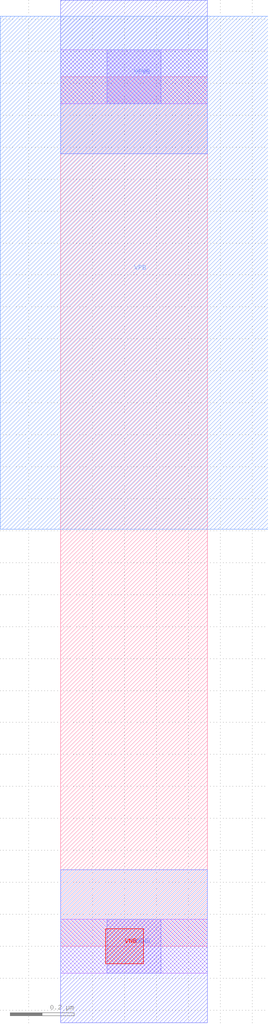
<source format=lef>
# Copyright 2020 The SkyWater PDK Authors
#
# Licensed under the Apache License, Version 2.0 (the "License");
# you may not use this file except in compliance with the License.
# You may obtain a copy of the License at
#
#     https://www.apache.org/licenses/LICENSE-2.0
#
# Unless required by applicable law or agreed to in writing, software
# distributed under the License is distributed on an "AS IS" BASIS,
# WITHOUT WARRANTIES OR CONDITIONS OF ANY KIND, either express or implied.
# See the License for the specific language governing permissions and
# limitations under the License.
#
# SPDX-License-Identifier: Apache-2.0

VERSION 5.7 ;
  NOWIREEXTENSIONATPIN ON ;
  DIVIDERCHAR "/" ;
  BUSBITCHARS "[]" ;
MACRO sky130_fd_sc_hd__fill_1
  CLASS CORE SPACER ;
  FOREIGN sky130_fd_sc_hd__fill_1 ;
  ORIGIN  0.000000  0.000000 ;
  SIZE  0.460000 BY  2.720000 ;
  SYMMETRY X Y R90 ;
  SITE unithd ;
  PIN VNB
    PORT
      LAYER pwell ;
        RECT 0.140000 -0.055000 0.260000 0.055000 ;
    END
  END VNB
  PIN VPB
    PORT
      LAYER nwell ;
        RECT -0.190000 1.305000 0.650000 2.910000 ;
    END
  END VPB
  PIN VGND
    DIRECTION INOUT ;
    SHAPE ABUTMENT ;
    USE GROUND ;
    PORT
      LAYER met1 ;
        RECT 0.000000 -0.240000 0.460000 0.240000 ;
    END
  END VGND
  PIN VPWR
    DIRECTION INOUT ;
    SHAPE ABUTMENT ;
    USE POWER ;
    PORT
      LAYER met1 ;
        RECT 0.000000 2.480000 0.460000 2.960000 ;
    END
  END VPWR
  OBS
    LAYER li1 ;
      RECT 0.000000 -0.085000 0.460000 0.085000 ;
      RECT 0.000000  2.635000 0.460000 2.805000 ;
    LAYER mcon ;
      RECT 0.145000 -0.085000 0.315000 0.085000 ;
      RECT 0.145000  2.635000 0.315000 2.805000 ;
  END
END sky130_fd_sc_hd__fill_1
END LIBRARY

</source>
